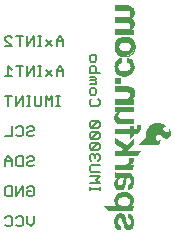
<source format=gbr>
G04 EAGLE Gerber RS-274X export*
G75*
%MOMM*%
%FSLAX34Y34*%
%LPD*%
%INSilkscreen Bottom*%
%IPPOS*%
%AMOC8*
5,1,8,0,0,1.08239X$1,22.5*%
G01*
%ADD10C,0.152400*%
%ADD11C,0.025400*%
%ADD12R,0.485100X0.495300*%

G36*
X158323Y127867D02*
X158323Y127867D01*
X158329Y127865D01*
X159160Y127935D01*
X159171Y127941D01*
X159186Y127940D01*
X159985Y128180D01*
X159995Y128188D01*
X160009Y128190D01*
X160741Y128591D01*
X160749Y128601D01*
X160762Y128606D01*
X161312Y129076D01*
X161317Y129087D01*
X161329Y129094D01*
X161774Y129664D01*
X161777Y129676D01*
X161787Y129686D01*
X162108Y130334D01*
X162109Y130346D01*
X162117Y130358D01*
X162301Y131057D01*
X162300Y131068D01*
X162305Y131079D01*
X162378Y132019D01*
X162376Y132028D01*
X162379Y132035D01*
X162378Y132037D01*
X162378Y132039D01*
X162305Y132979D01*
X162303Y132983D01*
X162304Y132989D01*
X162228Y133472D01*
X162203Y133511D01*
X162182Y133551D01*
X162178Y133552D01*
X162176Y133555D01*
X162131Y133565D01*
X162087Y133577D01*
X162083Y133575D01*
X162079Y133576D01*
X162041Y133551D01*
X162002Y133528D01*
X162001Y133523D01*
X161998Y133521D01*
X161989Y133480D01*
X161977Y133440D01*
X161993Y133282D01*
X161965Y133144D01*
X161894Y133011D01*
X161295Y132187D01*
X161229Y132119D01*
X161181Y132069D01*
X161043Y131997D01*
X160628Y131904D01*
X160200Y131904D01*
X159784Y131997D01*
X159380Y132203D01*
X159052Y132516D01*
X158687Y133122D01*
X158480Y133800D01*
X158445Y134511D01*
X158542Y135121D01*
X158740Y135707D01*
X159033Y136250D01*
X159398Y136675D01*
X159858Y136990D01*
X160383Y137176D01*
X160939Y137219D01*
X161487Y137117D01*
X161990Y136877D01*
X162425Y136507D01*
X163966Y135054D01*
X163976Y135051D01*
X163982Y135042D01*
X165740Y133855D01*
X165753Y133853D01*
X165763Y133843D01*
X166451Y133563D01*
X166466Y133564D01*
X166481Y133555D01*
X167216Y133456D01*
X167231Y133460D01*
X167248Y133455D01*
X167985Y133542D01*
X167998Y133550D01*
X168016Y133550D01*
X168708Y133817D01*
X168719Y133828D01*
X168736Y133832D01*
X169339Y134263D01*
X169346Y134274D01*
X169358Y134279D01*
X169536Y134468D01*
X169537Y134468D01*
X169775Y134721D01*
X169776Y134721D01*
X170014Y134973D01*
X170016Y134975D01*
X170019Y134983D01*
X170027Y134988D01*
X170587Y135765D01*
X170590Y135775D01*
X170598Y135783D01*
X170986Y136563D01*
X170987Y136575D01*
X170995Y136586D01*
X171226Y137426D01*
X171225Y137438D01*
X171231Y137450D01*
X171297Y138318D01*
X171293Y138329D01*
X171297Y138340D01*
X171211Y139240D01*
X171207Y139249D01*
X171208Y139259D01*
X170988Y140137D01*
X170982Y140145D01*
X170981Y140157D01*
X170880Y140385D01*
X170728Y140741D01*
X170728Y140742D01*
X170507Y141246D01*
X170496Y141256D01*
X170491Y141273D01*
X170153Y141708D01*
X170146Y141711D01*
X170142Y141719D01*
X170117Y141744D01*
X170117Y141745D01*
X170116Y141747D01*
X170024Y141782D01*
X169935Y141741D01*
X169902Y141656D01*
X169902Y141053D01*
X169845Y140542D01*
X169706Y140052D01*
X169451Y139571D01*
X169447Y139568D01*
X169081Y139176D01*
X168621Y138890D01*
X168102Y138733D01*
X167799Y138721D01*
X167499Y138780D01*
X167005Y138986D01*
X166547Y139269D01*
X166137Y139620D01*
X165783Y140032D01*
X165132Y140934D01*
X164883Y141422D01*
X164785Y141952D01*
X164843Y142490D01*
X164908Y142664D01*
X165157Y143025D01*
X165496Y143299D01*
X165599Y143343D01*
X165719Y143359D01*
X166599Y143359D01*
X166640Y143376D01*
X166682Y143390D01*
X166685Y143395D01*
X166690Y143397D01*
X166706Y143438D01*
X166725Y143478D01*
X166723Y143484D01*
X166725Y143489D01*
X166713Y143516D01*
X166697Y143565D01*
X165776Y144691D01*
X165764Y144697D01*
X165757Y144709D01*
X164620Y145616D01*
X164609Y145619D01*
X164601Y145628D01*
X163667Y146130D01*
X163657Y146131D01*
X163649Y146137D01*
X162652Y146495D01*
X162642Y146495D01*
X162633Y146500D01*
X161594Y146707D01*
X161583Y146705D01*
X161573Y146709D01*
X159645Y146770D01*
X159634Y146765D01*
X159622Y146768D01*
X157715Y146480D01*
X157705Y146474D01*
X157693Y146474D01*
X155869Y145846D01*
X155860Y145839D01*
X155848Y145837D01*
X154167Y144890D01*
X154161Y144882D01*
X154150Y144879D01*
X153043Y143994D01*
X153040Y143989D01*
X153035Y143986D01*
X153034Y143984D01*
X153030Y143982D01*
X152677Y143608D01*
X152201Y143103D01*
X152058Y142951D01*
X152055Y142943D01*
X152047Y142937D01*
X151230Y141780D01*
X151228Y141770D01*
X151220Y141762D01*
X150620Y140532D01*
X150619Y140521D01*
X150611Y140511D01*
X150243Y139192D01*
X150245Y139181D01*
X150239Y139170D01*
X150115Y137806D01*
X150117Y137801D01*
X150115Y137795D01*
X150115Y135520D01*
X150050Y135152D01*
X149923Y134801D01*
X149334Y133811D01*
X148552Y132957D01*
X143070Y128085D01*
X143068Y128081D01*
X143063Y128079D01*
X143047Y128037D01*
X143028Y127996D01*
X143030Y127992D01*
X143028Y127987D01*
X143047Y127946D01*
X143062Y127904D01*
X143067Y127902D01*
X143069Y127898D01*
X143142Y127869D01*
X143153Y127865D01*
X143154Y127865D01*
X158318Y127865D01*
X158323Y127867D01*
G37*
G36*
X138823Y72330D02*
X138823Y72330D01*
X138862Y72340D01*
X138868Y72349D01*
X138877Y72353D01*
X138888Y72381D01*
X138910Y72418D01*
X139646Y76304D01*
X139643Y76318D01*
X139648Y76333D01*
X139633Y76365D01*
X139625Y76400D01*
X139612Y76408D01*
X139606Y76422D01*
X139567Y76436D01*
X139542Y76452D01*
X139531Y76449D01*
X139520Y76453D01*
X137603Y76429D01*
X137752Y76563D01*
X137753Y76564D01*
X137754Y76564D01*
X138719Y77453D01*
X138721Y77459D01*
X138728Y77463D01*
X139029Y77806D01*
X139033Y77817D01*
X139043Y77825D01*
X139276Y78219D01*
X139277Y78228D01*
X139284Y78236D01*
X139817Y79557D01*
X139817Y79568D01*
X139824Y79578D01*
X139926Y80060D01*
X139923Y80072D01*
X139928Y80084D01*
X139953Y82065D01*
X139949Y82076D01*
X139951Y82088D01*
X139768Y83173D01*
X139761Y83183D01*
X139761Y83198D01*
X139361Y84222D01*
X139353Y84229D01*
X139351Y84241D01*
X138810Y85143D01*
X138804Y85148D01*
X138801Y85157D01*
X138148Y85981D01*
X138138Y85987D01*
X138133Y85997D01*
X137243Y86789D01*
X137230Y86793D01*
X137221Y86805D01*
X136180Y87384D01*
X136168Y87386D01*
X136157Y87394D01*
X134044Y88068D01*
X134033Y88067D01*
X134022Y88073D01*
X131822Y88356D01*
X131811Y88353D01*
X131799Y88357D01*
X129584Y88239D01*
X129574Y88234D01*
X129562Y88236D01*
X128186Y87913D01*
X128177Y87907D01*
X128165Y87906D01*
X126865Y87350D01*
X126857Y87342D01*
X126846Y87340D01*
X125661Y86568D01*
X125655Y86559D01*
X125644Y86554D01*
X124937Y85897D01*
X124933Y85887D01*
X124923Y85881D01*
X124338Y85113D01*
X124336Y85102D01*
X124327Y85095D01*
X123881Y84239D01*
X123880Y84228D01*
X123872Y84219D01*
X123578Y83300D01*
X123579Y83290D01*
X123573Y83280D01*
X123384Y82068D01*
X123386Y82059D01*
X123383Y82050D01*
X123366Y80823D01*
X123369Y80815D01*
X123367Y80805D01*
X123522Y79588D01*
X123527Y79578D01*
X123527Y79566D01*
X123791Y78722D01*
X123799Y78712D01*
X123802Y78697D01*
X124239Y77928D01*
X124249Y77920D01*
X124254Y77906D01*
X124844Y77246D01*
X124856Y77240D01*
X124864Y77228D01*
X125580Y76708D01*
X125582Y76707D01*
X114478Y76707D01*
X114434Y76689D01*
X114391Y76672D01*
X114390Y76670D01*
X114387Y76669D01*
X114370Y76625D01*
X114352Y76581D01*
X114353Y76579D01*
X114352Y76577D01*
X114361Y76556D01*
X114384Y76496D01*
X118118Y72356D01*
X118124Y72354D01*
X118127Y72348D01*
X118187Y72324D01*
X118208Y72315D01*
X118210Y72316D01*
X118212Y72315D01*
X138786Y72315D01*
X138823Y72330D01*
G37*
G36*
X139905Y221465D02*
X139905Y221465D01*
X139907Y221464D01*
X139950Y221484D01*
X139994Y221502D01*
X139994Y221504D01*
X139996Y221505D01*
X140029Y221590D01*
X140029Y225577D01*
X140028Y225579D01*
X140029Y225581D01*
X140009Y225624D01*
X139991Y225668D01*
X139989Y225668D01*
X139988Y225670D01*
X139903Y225703D01*
X137850Y225703D01*
X137857Y225734D01*
X138253Y226036D01*
X138256Y226042D01*
X138264Y226045D01*
X139051Y226807D01*
X139054Y226815D01*
X139061Y226819D01*
X139673Y227581D01*
X139677Y227595D01*
X139690Y227607D01*
X140094Y228497D01*
X140094Y228509D01*
X140102Y228520D01*
X140356Y229612D01*
X140355Y229621D01*
X140359Y229629D01*
X140486Y231001D01*
X140483Y231011D01*
X140486Y231022D01*
X140417Y231979D01*
X140411Y231990D01*
X140412Y232004D01*
X140152Y232927D01*
X140144Y232937D01*
X140142Y232950D01*
X139739Y233740D01*
X139730Y233748D01*
X139726Y233761D01*
X139180Y234459D01*
X139169Y234465D01*
X139163Y234477D01*
X138494Y235059D01*
X138482Y235062D01*
X138480Y235065D01*
X138480Y235066D01*
X138479Y235066D01*
X138474Y235073D01*
X137816Y235453D01*
X137858Y235495D01*
X138339Y235950D01*
X138340Y235953D01*
X138343Y235954D01*
X139102Y236742D01*
X139105Y236751D01*
X139114Y236756D01*
X139752Y237645D01*
X139754Y237656D01*
X139762Y237664D01*
X140156Y238469D01*
X140156Y238481D01*
X140164Y238492D01*
X140396Y239357D01*
X140394Y239369D01*
X140400Y239381D01*
X140461Y240275D01*
X140460Y240278D01*
X140461Y240279D01*
X140458Y240285D01*
X140461Y240295D01*
X140354Y241574D01*
X140350Y241581D01*
X140352Y241588D01*
X140103Y242848D01*
X140097Y242857D01*
X140097Y242869D01*
X139771Y243735D01*
X139761Y243745D01*
X139758Y243760D01*
X139251Y244534D01*
X139239Y244541D01*
X139233Y244555D01*
X138569Y245201D01*
X138557Y245205D01*
X138548Y245217D01*
X137609Y245805D01*
X137596Y245807D01*
X137586Y245817D01*
X136547Y246203D01*
X136534Y246202D01*
X136522Y246209D01*
X135426Y246378D01*
X135417Y246375D01*
X135407Y246379D01*
X123825Y246379D01*
X123823Y246378D01*
X123821Y246379D01*
X123778Y246359D01*
X123734Y246341D01*
X123734Y246339D01*
X123732Y246338D01*
X123699Y246253D01*
X123699Y242011D01*
X123700Y242009D01*
X123699Y242007D01*
X123719Y241964D01*
X123737Y241920D01*
X123739Y241920D01*
X123740Y241918D01*
X123825Y241885D01*
X134104Y241885D01*
X134984Y241778D01*
X135806Y241466D01*
X136190Y241205D01*
X136503Y240862D01*
X136729Y240456D01*
X136857Y240008D01*
X136925Y239104D01*
X136833Y238201D01*
X136707Y237792D01*
X136497Y237419D01*
X136211Y237101D01*
X135683Y236716D01*
X135088Y236443D01*
X134449Y236294D01*
X133346Y236219D01*
X123825Y236219D01*
X123823Y236218D01*
X123821Y236219D01*
X123778Y236199D01*
X123734Y236181D01*
X123734Y236179D01*
X123732Y236178D01*
X123699Y236093D01*
X123699Y231775D01*
X123700Y231773D01*
X123699Y231771D01*
X123719Y231728D01*
X123737Y231684D01*
X123739Y231684D01*
X123740Y231682D01*
X123825Y231649D01*
X134384Y231649D01*
X135047Y231569D01*
X135666Y231338D01*
X136213Y230968D01*
X136531Y230621D01*
X136764Y230213D01*
X136900Y229762D01*
X136932Y229285D01*
X136882Y228437D01*
X136800Y227997D01*
X136622Y227593D01*
X136356Y227239D01*
X135412Y226419D01*
X134874Y226136D01*
X134283Y226004D01*
X133661Y226034D01*
X133658Y226033D01*
X133655Y226034D01*
X123850Y226034D01*
X123848Y226033D01*
X123846Y226034D01*
X123803Y226014D01*
X123759Y225996D01*
X123759Y225994D01*
X123757Y225993D01*
X123724Y225908D01*
X123724Y221590D01*
X123725Y221588D01*
X123724Y221586D01*
X123744Y221543D01*
X123762Y221499D01*
X123764Y221499D01*
X123765Y221497D01*
X123850Y221464D01*
X139903Y221464D01*
X139905Y221465D01*
G37*
G36*
X128753Y89688D02*
X128753Y89688D01*
X128765Y89693D01*
X128780Y89691D01*
X129721Y89897D01*
X129733Y89906D01*
X129750Y89907D01*
X130612Y90336D01*
X130621Y90346D01*
X130636Y90351D01*
X131245Y90849D01*
X131249Y90857D01*
X131257Y90860D01*
X131258Y90864D01*
X131263Y90867D01*
X131761Y91477D01*
X131764Y91489D01*
X131775Y91498D01*
X132141Y92194D01*
X132142Y92205D01*
X132149Y92214D01*
X132633Y93699D01*
X132632Y93707D01*
X132637Y93716D01*
X132915Y95253D01*
X132914Y95257D01*
X132917Y95262D01*
X133145Y97468D01*
X133371Y98774D01*
X133536Y99243D01*
X133782Y99671D01*
X134043Y99955D01*
X134130Y100015D01*
X134227Y100057D01*
X134748Y100168D01*
X135279Y100168D01*
X135800Y100057D01*
X136114Y99918D01*
X136393Y99719D01*
X136627Y99466D01*
X136820Y99152D01*
X136948Y98806D01*
X137009Y98437D01*
X137059Y97082D01*
X137005Y96495D01*
X136840Y95934D01*
X136585Y95470D01*
X136229Y95080D01*
X135791Y94785D01*
X135296Y94601D01*
X134765Y94538D01*
X134722Y94538D01*
X134720Y94537D01*
X134718Y94538D01*
X134675Y94518D01*
X134631Y94500D01*
X134631Y94498D01*
X134629Y94497D01*
X134596Y94412D01*
X134596Y90271D01*
X134594Y90270D01*
X134584Y90228D01*
X134570Y90186D01*
X134573Y90180D01*
X134572Y90174D01*
X134588Y90149D01*
X134609Y90104D01*
X134634Y90079D01*
X134635Y90079D01*
X134677Y90063D01*
X134726Y90044D01*
X134727Y90044D01*
X134769Y90064D01*
X134812Y90083D01*
X135703Y90205D01*
X135714Y90211D01*
X135729Y90211D01*
X136670Y90545D01*
X136680Y90554D01*
X136694Y90557D01*
X137547Y91076D01*
X137555Y91087D01*
X137568Y91092D01*
X138298Y91775D01*
X138303Y91787D01*
X138315Y91795D01*
X138889Y92612D01*
X138892Y92624D01*
X138901Y92633D01*
X139430Y93791D01*
X139430Y93801D01*
X139437Y93810D01*
X139771Y95039D01*
X139770Y95048D01*
X139774Y95057D01*
X139988Y96797D01*
X139985Y96805D01*
X139988Y96813D01*
X139980Y98567D01*
X139977Y98574D01*
X139979Y98583D01*
X139749Y100322D01*
X139744Y100330D01*
X139745Y100341D01*
X139320Y101755D01*
X139312Y101764D01*
X139311Y101778D01*
X138617Y103081D01*
X138607Y103090D01*
X138602Y103104D01*
X138119Y103666D01*
X138105Y103673D01*
X138096Y103687D01*
X137491Y104114D01*
X137476Y104117D01*
X137464Y104129D01*
X136773Y104396D01*
X136758Y104395D01*
X136743Y104403D01*
X136008Y104494D01*
X136000Y104492D01*
X135992Y104495D01*
X131166Y104495D01*
X131164Y104494D01*
X131162Y104495D01*
X131147Y104488D01*
X131063Y104520D01*
X126725Y104495D01*
X125388Y104597D01*
X124093Y104946D01*
X123894Y105020D01*
X123869Y105019D01*
X123846Y105028D01*
X123822Y105017D01*
X123796Y105016D01*
X123779Y104997D01*
X123757Y104987D01*
X123746Y104960D01*
X123730Y104942D01*
X123732Y104923D01*
X123724Y104902D01*
X123724Y100868D01*
X123721Y100832D01*
X123730Y100804D01*
X123734Y100764D01*
X123753Y100727D01*
X123770Y100713D01*
X123775Y100702D01*
X123782Y100699D01*
X123799Y100676D01*
X123835Y100655D01*
X123852Y100652D01*
X123868Y100640D01*
X124148Y100564D01*
X124151Y100565D01*
X124154Y100563D01*
X125183Y100336D01*
X125206Y100327D01*
X125212Y100320D01*
X125214Y100312D01*
X125213Y100303D01*
X125197Y100279D01*
X124494Y99452D01*
X124490Y99441D01*
X124480Y99432D01*
X123940Y98481D01*
X123939Y98470D01*
X123931Y98460D01*
X123578Y97425D01*
X123579Y97413D01*
X123573Y97403D01*
X123332Y95785D01*
X123335Y95775D01*
X123331Y95764D01*
X123369Y94129D01*
X123374Y94118D01*
X123372Y94104D01*
X123680Y92732D01*
X123688Y92721D01*
X123689Y92706D01*
X124295Y91437D01*
X124305Y91428D01*
X124309Y91414D01*
X124651Y90966D01*
X124661Y90960D01*
X124667Y90948D01*
X125087Y90571D01*
X125098Y90567D01*
X125106Y90557D01*
X125589Y90265D01*
X125600Y90263D01*
X125610Y90255D01*
X126603Y89882D01*
X126614Y89882D01*
X126625Y89876D01*
X127669Y89687D01*
X127680Y89690D01*
X127692Y89685D01*
X128753Y89688D01*
G37*
G36*
X143123Y118830D02*
X143123Y118830D01*
X143143Y118828D01*
X143170Y118850D01*
X143195Y118860D01*
X143200Y118875D01*
X143214Y118885D01*
X145576Y123025D01*
X145580Y123060D01*
X145592Y123092D01*
X145585Y123107D01*
X145587Y123123D01*
X145565Y123150D01*
X145551Y123181D01*
X145535Y123188D01*
X145525Y123200D01*
X145498Y123202D01*
X145466Y123214D01*
X134036Y123214D01*
X139510Y128689D01*
X139512Y128692D01*
X139514Y128693D01*
X139547Y128778D01*
X139547Y133452D01*
X139547Y133454D01*
X139547Y133455D01*
X139527Y133499D01*
X139509Y133543D01*
X139507Y133543D01*
X139506Y133545D01*
X139462Y133561D01*
X139417Y133578D01*
X139415Y133577D01*
X139414Y133578D01*
X139331Y133540D01*
X133765Y127849D01*
X123870Y134446D01*
X123832Y134453D01*
X123795Y134467D01*
X123785Y134462D01*
X123773Y134464D01*
X123742Y134442D01*
X123706Y134425D01*
X123702Y134414D01*
X123693Y134408D01*
X123688Y134378D01*
X123674Y134340D01*
X123699Y129260D01*
X123706Y129243D01*
X123704Y129225D01*
X123726Y129196D01*
X123738Y129170D01*
X123750Y129165D01*
X123760Y129153D01*
X130738Y124920D01*
X130664Y124843D01*
X130542Y124717D01*
X130541Y124717D01*
X130173Y124338D01*
X130051Y124212D01*
X129928Y124086D01*
X129560Y123707D01*
X129437Y123581D01*
X129315Y123455D01*
X129131Y123265D01*
X123723Y123265D01*
X123721Y123264D01*
X123719Y123265D01*
X123676Y123245D01*
X123632Y123227D01*
X123632Y123225D01*
X123630Y123224D01*
X123597Y123139D01*
X123597Y118999D01*
X123598Y118996D01*
X123597Y118993D01*
X123634Y118910D01*
X123685Y118859D01*
X123688Y118858D01*
X123689Y118855D01*
X123774Y118822D01*
X143104Y118822D01*
X143123Y118830D01*
G37*
G36*
X139499Y145722D02*
X139499Y145722D01*
X139501Y145721D01*
X139544Y145741D01*
X139588Y145759D01*
X139588Y145761D01*
X139590Y145762D01*
X139623Y145847D01*
X139623Y149987D01*
X139622Y149989D01*
X139623Y149991D01*
X139603Y150034D01*
X139585Y150078D01*
X139583Y150078D01*
X139582Y150080D01*
X139497Y150113D01*
X129500Y150113D01*
X128670Y150262D01*
X127902Y150605D01*
X127540Y150877D01*
X127239Y151218D01*
X127014Y151613D01*
X126791Y152302D01*
X126711Y153021D01*
X126778Y153742D01*
X126990Y154433D01*
X127278Y154943D01*
X127675Y155374D01*
X128160Y155701D01*
X128710Y155910D01*
X129914Y156135D01*
X131144Y156211D01*
X139446Y156211D01*
X139448Y156212D01*
X139450Y156211D01*
X139493Y156231D01*
X139537Y156249D01*
X139537Y156251D01*
X139539Y156252D01*
X139572Y156337D01*
X139572Y160553D01*
X139571Y160555D01*
X139572Y160557D01*
X139552Y160600D01*
X139534Y160644D01*
X139532Y160644D01*
X139531Y160646D01*
X139446Y160679D01*
X123825Y160679D01*
X123823Y160678D01*
X123821Y160679D01*
X123778Y160659D01*
X123734Y160641D01*
X123734Y160639D01*
X123732Y160638D01*
X123699Y160553D01*
X123699Y156540D01*
X123700Y156538D01*
X123699Y156536D01*
X123719Y156493D01*
X123737Y156449D01*
X123739Y156449D01*
X123740Y156447D01*
X123825Y156414D01*
X125882Y156414D01*
X125241Y155907D01*
X125237Y155899D01*
X125228Y155895D01*
X125121Y155782D01*
X125001Y155656D01*
X124762Y155404D01*
X124642Y155277D01*
X124522Y155151D01*
X124443Y155068D01*
X124440Y155059D01*
X124432Y155054D01*
X123773Y154124D01*
X123771Y154115D01*
X123763Y154107D01*
X123641Y153862D01*
X123640Y153851D01*
X123633Y153842D01*
X123552Y153580D01*
X123553Y153571D01*
X123548Y153562D01*
X123325Y152084D01*
X123327Y152076D01*
X123323Y152068D01*
X123293Y150574D01*
X123297Y150564D01*
X123294Y150553D01*
X123441Y149520D01*
X123447Y149510D01*
X123447Y149496D01*
X123790Y148510D01*
X123798Y148501D01*
X123800Y148488D01*
X124326Y147586D01*
X124336Y147579D01*
X124341Y147566D01*
X124569Y147312D01*
X124580Y147306D01*
X124588Y147295D01*
X125473Y146635D01*
X125484Y146632D01*
X125493Y146622D01*
X126483Y146134D01*
X126495Y146134D01*
X126505Y146126D01*
X127568Y145826D01*
X127579Y145828D01*
X127591Y145822D01*
X128690Y145721D01*
X128696Y145723D01*
X128702Y145721D01*
X139497Y145721D01*
X139499Y145722D01*
G37*
G36*
X139473Y162918D02*
X139473Y162918D01*
X139475Y162917D01*
X139518Y162937D01*
X139562Y162955D01*
X139562Y162957D01*
X139564Y162958D01*
X139597Y163043D01*
X139597Y167081D01*
X139596Y167083D01*
X139597Y167085D01*
X139577Y167128D01*
X139559Y167172D01*
X139557Y167172D01*
X139556Y167174D01*
X139471Y167207D01*
X137403Y167207D01*
X137432Y167249D01*
X137568Y167363D01*
X137946Y167640D01*
X137948Y167644D01*
X137953Y167646D01*
X138426Y168048D01*
X138430Y168055D01*
X138438Y168059D01*
X138854Y168520D01*
X138857Y168531D01*
X138867Y168538D01*
X139434Y169436D01*
X139437Y169449D01*
X139446Y169460D01*
X139815Y170457D01*
X139815Y170469D01*
X139822Y170482D01*
X139977Y171534D01*
X139974Y171544D01*
X139978Y171555D01*
X139957Y172390D01*
X139948Y172768D01*
X139939Y173147D01*
X139928Y173561D01*
X139924Y173572D01*
X139926Y173584D01*
X139720Y174561D01*
X139712Y174573D01*
X139711Y174589D01*
X139289Y175494D01*
X139278Y175503D01*
X139274Y175518D01*
X138656Y176303D01*
X138645Y176309D01*
X138639Y176321D01*
X138064Y176810D01*
X138053Y176813D01*
X138046Y176823D01*
X137397Y177207D01*
X137386Y177209D01*
X137377Y177217D01*
X136672Y177486D01*
X136663Y177486D01*
X136654Y177491D01*
X135547Y177731D01*
X135538Y177729D01*
X135530Y177734D01*
X134401Y177824D01*
X134396Y177822D01*
X134391Y177824D01*
X123850Y177824D01*
X123848Y177823D01*
X123846Y177824D01*
X123803Y177804D01*
X123759Y177786D01*
X123759Y177784D01*
X123757Y177783D01*
X123724Y177698D01*
X123724Y173609D01*
X123725Y173607D01*
X123724Y173605D01*
X123744Y173562D01*
X123762Y173518D01*
X123764Y173518D01*
X123765Y173516D01*
X123850Y173483D01*
X133496Y173483D01*
X134214Y173418D01*
X134902Y173227D01*
X135544Y172917D01*
X135931Y172621D01*
X136240Y172247D01*
X136457Y171812D01*
X136534Y171512D01*
X136551Y171196D01*
X136501Y170091D01*
X136414Y169535D01*
X136210Y169019D01*
X135896Y168562D01*
X135327Y168045D01*
X134648Y167682D01*
X133898Y167466D01*
X133115Y167385D01*
X123749Y167385D01*
X123747Y167384D01*
X123745Y167385D01*
X123702Y167365D01*
X123658Y167347D01*
X123658Y167345D01*
X123656Y167344D01*
X123623Y167259D01*
X123623Y163043D01*
X123624Y163041D01*
X123623Y163039D01*
X123643Y162996D01*
X123661Y162952D01*
X123663Y162952D01*
X123664Y162950D01*
X123749Y162917D01*
X139471Y162917D01*
X139473Y162918D01*
G37*
G36*
X132234Y203157D02*
X132234Y203157D01*
X132260Y203153D01*
X135816Y203966D01*
X135837Y203981D01*
X135866Y203990D01*
X138584Y206124D01*
X138596Y206146D01*
X138619Y206167D01*
X140296Y209545D01*
X140297Y209565D01*
X140308Y209586D01*
X140485Y211059D01*
X140483Y211066D01*
X140486Y211074D01*
X140486Y211125D01*
X140478Y211145D01*
X140477Y211171D01*
X140427Y211298D01*
X140407Y211319D01*
X140395Y211345D01*
X140373Y211354D01*
X140359Y211369D01*
X140335Y211368D01*
X140310Y211378D01*
X137389Y211378D01*
X137349Y211361D01*
X137308Y211349D01*
X137304Y211342D01*
X137298Y211340D01*
X137287Y211312D01*
X137264Y211269D01*
X137114Y210174D01*
X136479Y209026D01*
X135395Y208238D01*
X134506Y207842D01*
X133032Y207568D01*
X131173Y207518D01*
X129925Y207693D01*
X128776Y208067D01*
X127749Y208605D01*
X126741Y210253D01*
X126519Y212001D01*
X127111Y213752D01*
X128092Y214831D01*
X129302Y215374D01*
X130850Y215749D01*
X132275Y215749D01*
X134204Y215498D01*
X135816Y214754D01*
X136625Y213920D01*
X137138Y212967D01*
X137237Y211780D01*
X137237Y211684D01*
X137238Y211681D01*
X137237Y211678D01*
X137257Y211636D01*
X137275Y211593D01*
X137278Y211592D01*
X137280Y211589D01*
X137365Y211558D01*
X137367Y211558D01*
X140337Y211608D01*
X140346Y211612D01*
X140355Y211609D01*
X140390Y211631D01*
X140420Y211644D01*
X140426Y211647D01*
X140427Y211648D01*
X140430Y211657D01*
X140438Y211662D01*
X140451Y211713D01*
X140461Y211739D01*
X140461Y211740D01*
X140459Y211745D01*
X140460Y211750D01*
X140206Y213757D01*
X140200Y213768D01*
X140200Y213782D01*
X139641Y215408D01*
X139630Y215420D01*
X139626Y215439D01*
X138255Y217420D01*
X138242Y217428D01*
X138233Y217444D01*
X136963Y218536D01*
X136947Y218541D01*
X136932Y218555D01*
X134595Y219596D01*
X134578Y219597D01*
X134560Y219606D01*
X132375Y219886D01*
X132360Y219882D01*
X132344Y219886D01*
X130236Y219632D01*
X130228Y219628D01*
X130217Y219629D01*
X127753Y218943D01*
X127739Y218932D01*
X127720Y218928D01*
X126425Y218115D01*
X126416Y218103D01*
X126401Y218095D01*
X125258Y216901D01*
X125254Y216893D01*
X125246Y216887D01*
X124459Y215770D01*
X124455Y215753D01*
X124443Y215738D01*
X123808Y213884D01*
X123809Y213870D01*
X123801Y213856D01*
X123547Y211341D01*
X123552Y211327D01*
X123548Y211311D01*
X123954Y208314D01*
X123966Y208293D01*
X123972Y208264D01*
X125750Y205419D01*
X125771Y205405D01*
X125789Y205380D01*
X128278Y203780D01*
X128301Y203776D01*
X128326Y203761D01*
X132212Y203151D01*
X132234Y203157D01*
G37*
G36*
X128808Y55893D02*
X128808Y55893D01*
X128838Y55896D01*
X128839Y55897D01*
X128840Y55897D01*
X128849Y55908D01*
X128862Y55913D01*
X128865Y55919D01*
X128871Y55922D01*
X128883Y55952D01*
X128899Y55972D01*
X128899Y55974D01*
X128900Y55975D01*
X128899Y55990D01*
X128904Y56002D01*
X128903Y56005D01*
X128904Y56007D01*
X128904Y59868D01*
X128903Y59870D01*
X128904Y59872D01*
X128884Y59915D01*
X128866Y59959D01*
X128864Y59959D01*
X128863Y59961D01*
X128778Y59994D01*
X128731Y59994D01*
X128234Y60023D01*
X127772Y60170D01*
X127358Y60425D01*
X126915Y60867D01*
X126578Y61394D01*
X126361Y61981D01*
X126288Y62543D01*
X126288Y63873D01*
X126362Y64476D01*
X126559Y65043D01*
X126871Y65556D01*
X126955Y65640D01*
X127079Y65767D01*
X127155Y65844D01*
X127500Y66052D01*
X127885Y66169D01*
X128289Y66186D01*
X128684Y66101D01*
X129046Y65921D01*
X129350Y65655D01*
X129581Y65319D01*
X130051Y64212D01*
X130357Y63038D01*
X131220Y59407D01*
X131225Y59400D01*
X131225Y59391D01*
X131531Y58583D01*
X131537Y58576D01*
X131539Y58566D01*
X131966Y57815D01*
X131973Y57809D01*
X131977Y57799D01*
X132514Y57122D01*
X132524Y57117D01*
X132530Y57106D01*
X132915Y56769D01*
X132928Y56765D01*
X132937Y56754D01*
X133384Y56505D01*
X133397Y56504D01*
X133408Y56495D01*
X133897Y56343D01*
X133909Y56345D01*
X133922Y56338D01*
X135058Y56233D01*
X135071Y56236D01*
X135084Y56233D01*
X136218Y56362D01*
X136229Y56368D01*
X136243Y56367D01*
X137327Y56725D01*
X137336Y56733D01*
X137350Y56735D01*
X137872Y57034D01*
X137879Y57044D01*
X137892Y57049D01*
X138347Y57443D01*
X138352Y57454D01*
X138364Y57461D01*
X138733Y57937D01*
X138736Y57948D01*
X138745Y57957D01*
X139399Y59238D01*
X139400Y59249D01*
X139407Y59259D01*
X139818Y60637D01*
X139817Y60648D01*
X139823Y60660D01*
X139978Y62089D01*
X139976Y62096D01*
X139978Y62103D01*
X139978Y63906D01*
X139976Y63912D01*
X139978Y63919D01*
X139838Y65312D01*
X139833Y65321D01*
X139834Y65332D01*
X139466Y66683D01*
X139459Y66693D01*
X139457Y66706D01*
X138919Y67803D01*
X138909Y67812D01*
X138905Y67826D01*
X138148Y68785D01*
X138138Y68791D01*
X138133Y68802D01*
X137737Y69150D01*
X137728Y69153D01*
X137722Y69162D01*
X137280Y69448D01*
X137270Y69450D01*
X137263Y69457D01*
X136475Y69813D01*
X136470Y69813D01*
X136466Y69817D01*
X135908Y70020D01*
X135888Y70019D01*
X135883Y70021D01*
X135860Y70021D01*
X135840Y70025D01*
X135826Y70016D01*
X135814Y70025D01*
X135808Y70023D01*
X135801Y70027D01*
X135090Y70103D01*
X135082Y70100D01*
X135073Y70103D01*
X135036Y70086D01*
X134996Y70074D01*
X134992Y70066D01*
X134984Y70062D01*
X134964Y70012D01*
X134951Y69986D01*
X134953Y69982D01*
X134951Y69977D01*
X134951Y66091D01*
X134969Y66047D01*
X134987Y66003D01*
X134988Y66002D01*
X134989Y66000D01*
X135008Y65993D01*
X135069Y65965D01*
X135329Y65949D01*
X135572Y65894D01*
X135924Y65744D01*
X136237Y65526D01*
X136501Y65251D01*
X136772Y64828D01*
X136961Y64361D01*
X137059Y63865D01*
X137103Y63018D01*
X137059Y62169D01*
X136974Y61720D01*
X136817Y61296D01*
X136622Y60995D01*
X136354Y60762D01*
X136012Y60607D01*
X135640Y60559D01*
X135271Y60624D01*
X134910Y60808D01*
X134617Y61091D01*
X134201Y61766D01*
X133929Y62518D01*
X133525Y64541D01*
X133524Y64542D01*
X133524Y64543D01*
X133143Y66266D01*
X133138Y66273D01*
X133138Y66282D01*
X132528Y67938D01*
X132522Y67944D01*
X132521Y67954D01*
X132116Y68710D01*
X132109Y68716D01*
X132106Y68725D01*
X131598Y69417D01*
X131588Y69422D01*
X131583Y69434D01*
X131233Y69766D01*
X131221Y69771D01*
X131212Y69782D01*
X130800Y70034D01*
X130786Y70036D01*
X130774Y70046D01*
X129771Y70383D01*
X129756Y70382D01*
X129742Y70390D01*
X128687Y70484D01*
X128678Y70481D01*
X128667Y70484D01*
X127626Y70408D01*
X127618Y70404D01*
X127608Y70405D01*
X126944Y70263D01*
X126934Y70256D01*
X126921Y70255D01*
X126296Y69989D01*
X126287Y69981D01*
X126275Y69978D01*
X125711Y69599D01*
X125704Y69589D01*
X125693Y69584D01*
X124950Y68858D01*
X124946Y68848D01*
X124940Y68846D01*
X124940Y68844D01*
X124935Y68842D01*
X124329Y67998D01*
X124327Y67988D01*
X124318Y67979D01*
X123867Y67044D01*
X123866Y67033D01*
X123859Y67023D01*
X123577Y66023D01*
X123578Y66015D01*
X123573Y66006D01*
X123391Y64692D01*
X123393Y64685D01*
X123390Y64679D01*
X123343Y63352D01*
X123345Y63346D01*
X123343Y63339D01*
X123521Y60773D01*
X123526Y60764D01*
X123524Y60754D01*
X123736Y59833D01*
X123744Y59822D01*
X123745Y59808D01*
X124142Y58951D01*
X124149Y58945D01*
X124151Y58936D01*
X124913Y57742D01*
X124919Y57738D01*
X124922Y57729D01*
X125353Y57214D01*
X125364Y57209D01*
X125370Y57197D01*
X125894Y56777D01*
X125905Y56773D01*
X125914Y56763D01*
X126510Y56454D01*
X126519Y56453D01*
X126527Y56446D01*
X127797Y56014D01*
X127807Y56015D01*
X127816Y56010D01*
X128400Y55908D01*
X128407Y55909D01*
X128413Y55906D01*
X128769Y55881D01*
X128776Y55883D01*
X128782Y55881D01*
X128808Y55893D01*
G37*
G36*
X133252Y186132D02*
X133252Y186132D01*
X133261Y186136D01*
X133273Y186134D01*
X134763Y186432D01*
X134773Y186439D01*
X134786Y186439D01*
X136192Y187016D01*
X136200Y187024D01*
X136213Y187027D01*
X137484Y187861D01*
X137490Y187871D01*
X137502Y187876D01*
X138590Y188937D01*
X138595Y188948D01*
X138606Y188956D01*
X139471Y190205D01*
X139474Y190217D01*
X139483Y190226D01*
X140095Y191617D01*
X140095Y191629D01*
X140102Y191641D01*
X140435Y193147D01*
X140432Y193159D01*
X140438Y193172D01*
X140461Y194714D01*
X140458Y194723D01*
X140460Y194733D01*
X140271Y196167D01*
X140268Y196172D01*
X140269Y196178D01*
X139950Y197589D01*
X139945Y197597D01*
X139944Y197607D01*
X139487Y198764D01*
X139477Y198774D01*
X139474Y198788D01*
X138777Y199819D01*
X138766Y199826D01*
X138759Y199840D01*
X137856Y200695D01*
X137844Y200700D01*
X137835Y200712D01*
X136768Y201352D01*
X136756Y201354D01*
X136747Y201363D01*
X135592Y201787D01*
X135582Y201787D01*
X135573Y201792D01*
X134365Y202029D01*
X134351Y202026D01*
X134337Y202031D01*
X134304Y202016D01*
X134269Y202009D01*
X134261Y201996D01*
X134248Y201990D01*
X134232Y201951D01*
X134216Y201925D01*
X134219Y201915D01*
X134215Y201905D01*
X134215Y197714D01*
X134216Y197712D01*
X134215Y197710D01*
X134235Y197667D01*
X134253Y197623D01*
X134255Y197623D01*
X134256Y197621D01*
X134341Y197588D01*
X134359Y197588D01*
X134938Y197521D01*
X135480Y197328D01*
X135965Y197017D01*
X136366Y196604D01*
X136664Y196111D01*
X136925Y195319D01*
X137008Y194487D01*
X136942Y193647D01*
X136761Y192826D01*
X136575Y192412D01*
X136285Y192065D01*
X135374Y191378D01*
X134349Y190873D01*
X133246Y190568D01*
X132105Y190475D01*
X130545Y190604D01*
X129021Y190950D01*
X128304Y191265D01*
X127685Y191740D01*
X127196Y192348D01*
X126866Y193056D01*
X126685Y193835D01*
X126644Y194636D01*
X126717Y195226D01*
X126890Y195795D01*
X127158Y196325D01*
X127503Y196768D01*
X127935Y197126D01*
X128525Y197447D01*
X129162Y197662D01*
X129838Y197766D01*
X129874Y197788D01*
X129912Y197806D01*
X129915Y197814D01*
X129922Y197818D01*
X129928Y197848D01*
X129945Y197891D01*
X129945Y201955D01*
X129944Y201957D01*
X129945Y201959D01*
X129925Y202002D01*
X129907Y202046D01*
X129905Y202046D01*
X129904Y202048D01*
X129819Y202081D01*
X129769Y202081D01*
X129765Y202080D01*
X129761Y202081D01*
X129286Y202049D01*
X129279Y202045D01*
X129269Y202047D01*
X128804Y201952D01*
X128795Y201946D01*
X128783Y201946D01*
X127392Y201404D01*
X127383Y201395D01*
X127369Y201392D01*
X126118Y200577D01*
X126111Y200566D01*
X126098Y200561D01*
X125040Y199508D01*
X125035Y199496D01*
X125023Y199488D01*
X124203Y198240D01*
X124200Y198229D01*
X124192Y198220D01*
X123730Y197127D01*
X123730Y197117D01*
X123724Y197108D01*
X123442Y195955D01*
X123443Y195945D01*
X123439Y195935D01*
X123343Y194752D01*
X123346Y194744D01*
X123343Y194734D01*
X123442Y193148D01*
X123445Y193141D01*
X123444Y193134D01*
X123726Y191570D01*
X123731Y191562D01*
X123730Y191552D01*
X124085Y190482D01*
X124091Y190474D01*
X124093Y190463D01*
X124619Y189466D01*
X124627Y189459D01*
X124631Y189448D01*
X125315Y188552D01*
X125324Y188547D01*
X125329Y188537D01*
X126152Y187766D01*
X126161Y187762D01*
X126168Y187753D01*
X127184Y187071D01*
X127194Y187069D01*
X127202Y187061D01*
X128313Y186547D01*
X128322Y186547D01*
X128331Y186540D01*
X129509Y186206D01*
X129519Y186207D01*
X129528Y186202D01*
X130744Y186057D01*
X130753Y186059D01*
X130763Y186056D01*
X133252Y186132D01*
G37*
G36*
X136784Y133097D02*
X136784Y133097D01*
X136785Y133097D01*
X136868Y133134D01*
X139535Y135801D01*
X139537Y135804D01*
X139539Y135805D01*
X139572Y135890D01*
X139572Y137136D01*
X139903Y137136D01*
X139905Y137137D01*
X139912Y137137D01*
X139913Y137136D01*
X142047Y137313D01*
X142057Y137318D01*
X142069Y137317D01*
X142636Y137465D01*
X142645Y137472D01*
X142657Y137473D01*
X143188Y137722D01*
X143196Y137730D01*
X143208Y137733D01*
X143685Y138073D01*
X143691Y138083D01*
X143703Y138089D01*
X144413Y138832D01*
X144417Y138843D01*
X144428Y138851D01*
X144978Y139719D01*
X144980Y139731D01*
X144989Y139741D01*
X145358Y140699D01*
X145358Y140712D01*
X145365Y140723D01*
X145539Y141736D01*
X145537Y141746D01*
X145541Y141757D01*
X145541Y143307D01*
X145540Y143310D01*
X145541Y143314D01*
X145465Y144631D01*
X145465Y144653D01*
X145464Y144655D01*
X145465Y144657D01*
X145445Y144700D01*
X145427Y144744D01*
X145425Y144744D01*
X145424Y144746D01*
X145339Y144779D01*
X142316Y144779D01*
X142314Y144778D01*
X142312Y144779D01*
X142269Y144759D01*
X142225Y144741D01*
X142225Y144739D01*
X142223Y144738D01*
X142190Y144653D01*
X142190Y144577D01*
X142192Y144572D01*
X142190Y144565D01*
X142216Y144285D01*
X142301Y143370D01*
X142218Y142470D01*
X142121Y142188D01*
X141951Y141948D01*
X141719Y141766D01*
X141296Y141591D01*
X140834Y141528D01*
X139572Y141528D01*
X139572Y144374D01*
X139571Y144376D01*
X139572Y144378D01*
X139552Y144421D01*
X139534Y144465D01*
X139532Y144465D01*
X139531Y144467D01*
X139446Y144500D01*
X136779Y144500D01*
X136777Y144499D01*
X136775Y144500D01*
X136732Y144480D01*
X136688Y144462D01*
X136688Y144460D01*
X136686Y144459D01*
X136653Y144374D01*
X136653Y141502D01*
X123749Y141502D01*
X123747Y141501D01*
X123745Y141502D01*
X123702Y141482D01*
X123658Y141464D01*
X123658Y141462D01*
X123656Y141461D01*
X123623Y141376D01*
X123623Y137211D01*
X123624Y137209D01*
X123623Y137207D01*
X123643Y137164D01*
X123661Y137120D01*
X123663Y137120D01*
X123664Y137118D01*
X123749Y137085D01*
X136629Y137085D01*
X136653Y133222D01*
X136653Y133221D01*
X136673Y133176D01*
X136692Y133132D01*
X136693Y133131D01*
X136738Y133114D01*
X136784Y133097D01*
X136784Y133097D01*
G37*
G36*
X138735Y106986D02*
X138735Y106986D01*
X138773Y107002D01*
X138812Y107012D01*
X138817Y107021D01*
X138826Y107024D01*
X138837Y107053D01*
X138859Y107090D01*
X139545Y110951D01*
X139542Y110964D01*
X139547Y110977D01*
X139532Y111011D01*
X139523Y111047D01*
X139512Y111054D01*
X139506Y111066D01*
X139465Y111082D01*
X139439Y111098D01*
X139430Y111096D01*
X139421Y111099D01*
X136641Y111099D01*
X136656Y111146D01*
X136924Y111325D01*
X137966Y112011D01*
X137970Y112016D01*
X137977Y112019D01*
X138360Y112335D01*
X138367Y112348D01*
X138380Y112356D01*
X138682Y112750D01*
X138683Y112755D01*
X138687Y112758D01*
X139272Y113647D01*
X139273Y113650D01*
X139276Y113653D01*
X139629Y114264D01*
X139631Y114276D01*
X139640Y114287D01*
X139863Y114957D01*
X139862Y114969D01*
X139868Y114981D01*
X139952Y115682D01*
X139949Y115692D01*
X139953Y115704D01*
X139877Y117076D01*
X139856Y117119D01*
X139836Y117162D01*
X139834Y117163D01*
X139834Y117164D01*
X139816Y117170D01*
X139751Y117195D01*
X135890Y117195D01*
X135888Y117194D01*
X135886Y117195D01*
X135843Y117175D01*
X135799Y117157D01*
X135799Y117155D01*
X135797Y117154D01*
X135764Y117069D01*
X135764Y117043D01*
X135768Y117034D01*
X135765Y117023D01*
X135790Y116871D01*
X135792Y116868D01*
X135791Y116865D01*
X135916Y116268D01*
X135916Y114743D01*
X135824Y114201D01*
X135643Y113683D01*
X135379Y113204D01*
X134819Y112537D01*
X134127Y112012D01*
X133334Y111651D01*
X132515Y111451D01*
X131669Y111378D01*
X123850Y111378D01*
X123848Y111377D01*
X123846Y111378D01*
X123803Y111358D01*
X123759Y111340D01*
X123759Y111338D01*
X123757Y111337D01*
X123724Y111252D01*
X123724Y107086D01*
X123725Y107084D01*
X123724Y107082D01*
X123744Y107039D01*
X123762Y106995D01*
X123764Y106994D01*
X123765Y106992D01*
X123850Y106960D01*
X138735Y106986D01*
G37*
%LPC*%
G36*
X130364Y76555D02*
X130364Y76555D01*
X129595Y76679D01*
X128920Y76904D01*
X128908Y76903D01*
X128896Y76909D01*
X128859Y76914D01*
X128832Y76906D01*
X128821Y76906D01*
X128808Y76934D01*
X128788Y76978D01*
X128787Y76978D01*
X128787Y76979D01*
X128702Y77012D01*
X128664Y77012D01*
X128605Y77024D01*
X128545Y77066D01*
X128544Y77066D01*
X128543Y77067D01*
X128467Y77118D01*
X128461Y77119D01*
X128456Y77125D01*
X127892Y77424D01*
X127423Y77836D01*
X127060Y78345D01*
X126770Y79023D01*
X126618Y79745D01*
X126612Y80655D01*
X126791Y81546D01*
X127129Y82285D01*
X127645Y82911D01*
X128303Y83383D01*
X129064Y83672D01*
X131011Y83976D01*
X132982Y83973D01*
X133952Y83782D01*
X134851Y83379D01*
X135637Y82782D01*
X136267Y82023D01*
X136527Y81523D01*
X136683Y80981D01*
X136729Y80414D01*
X136678Y79339D01*
X136604Y78967D01*
X136442Y78629D01*
X135886Y77917D01*
X135206Y77319D01*
X134499Y76906D01*
X133725Y76639D01*
X132910Y76529D01*
X130364Y76555D01*
G37*
%LPD*%
%LPC*%
G36*
X127753Y94030D02*
X127753Y94030D01*
X127445Y94101D01*
X127160Y94236D01*
X126910Y94427D01*
X126613Y94789D01*
X126410Y95210D01*
X126313Y95671D01*
X126263Y97199D01*
X126412Y98241D01*
X126534Y98563D01*
X126719Y98854D01*
X127046Y99192D01*
X127290Y99445D01*
X127438Y99598D01*
X127657Y99748D01*
X127906Y99855D01*
X128071Y99902D01*
X129141Y100109D01*
X130230Y100179D01*
X131064Y100179D01*
X131066Y100180D01*
X131068Y100179D01*
X131111Y100199D01*
X131113Y100199D01*
X131166Y100179D01*
X131458Y100179D01*
X131331Y100037D01*
X131326Y100022D01*
X131313Y100011D01*
X131206Y99804D01*
X131205Y99792D01*
X131197Y99782D01*
X130909Y98818D01*
X130910Y98810D01*
X130906Y98803D01*
X130737Y97811D01*
X130738Y97807D01*
X130735Y97803D01*
X130583Y96360D01*
X130478Y95810D01*
X130281Y95292D01*
X129997Y94818D01*
X129753Y94550D01*
X129455Y94346D01*
X128913Y94126D01*
X128338Y94019D01*
X127753Y94030D01*
G37*
%LPD*%
D10*
X102362Y89662D02*
X102362Y92543D01*
X102362Y91103D02*
X111005Y91103D01*
X111005Y92543D02*
X111005Y89662D01*
X111005Y95899D02*
X102362Y95899D01*
X108124Y98780D02*
X111005Y95899D01*
X108124Y98780D02*
X111005Y101661D01*
X102362Y101661D01*
X103803Y105254D02*
X111005Y105254D01*
X103803Y105254D02*
X102362Y106695D01*
X102362Y109576D01*
X103803Y111016D01*
X111005Y111016D01*
X109565Y114609D02*
X111005Y116050D01*
X111005Y118931D01*
X109565Y120371D01*
X108124Y120371D01*
X106684Y118931D01*
X106684Y117490D01*
X106684Y118931D02*
X105243Y120371D01*
X103803Y120371D01*
X102362Y118931D01*
X102362Y116050D01*
X103803Y114609D01*
X103803Y123964D02*
X109565Y123964D01*
X111005Y125405D01*
X111005Y128286D01*
X109565Y129727D01*
X103803Y129727D01*
X102362Y128286D01*
X102362Y125405D01*
X103803Y123964D01*
X109565Y129727D01*
X109565Y133320D02*
X103803Y133320D01*
X109565Y133320D02*
X111005Y134760D01*
X111005Y137641D01*
X109565Y139082D01*
X103803Y139082D01*
X102362Y137641D01*
X102362Y134760D01*
X103803Y133320D01*
X109565Y139082D01*
X109565Y142675D02*
X103803Y142675D01*
X109565Y142675D02*
X111005Y144115D01*
X111005Y146996D01*
X109565Y148437D01*
X103803Y148437D01*
X102362Y146996D01*
X102362Y144115D01*
X103803Y142675D01*
X109565Y148437D01*
X111005Y165707D02*
X109565Y167147D01*
X111005Y165707D02*
X111005Y162826D01*
X109565Y161385D01*
X103803Y161385D01*
X102362Y162826D01*
X102362Y165707D01*
X103803Y167147D01*
X102362Y172181D02*
X102362Y175062D01*
X103803Y176503D01*
X106684Y176503D01*
X108124Y175062D01*
X108124Y172181D01*
X106684Y170740D01*
X103803Y170740D01*
X102362Y172181D01*
X102362Y180095D02*
X108124Y180095D01*
X108124Y181536D01*
X106684Y182977D01*
X102362Y182977D01*
X106684Y182977D02*
X108124Y184417D01*
X106684Y185858D01*
X102362Y185858D01*
X102362Y189451D02*
X111005Y189451D01*
X102362Y189451D02*
X102362Y193772D01*
X103803Y195213D01*
X106684Y195213D01*
X108124Y193772D01*
X108124Y189451D01*
X102362Y200246D02*
X102362Y203128D01*
X103803Y204568D01*
X106684Y204568D01*
X108124Y203128D01*
X108124Y200246D01*
X106684Y198806D01*
X103803Y198806D01*
X102362Y200246D01*
X55244Y67825D02*
X55244Y62063D01*
X52362Y59182D01*
X49481Y62063D01*
X49481Y67825D01*
X41567Y67825D02*
X40126Y66385D01*
X41567Y67825D02*
X44448Y67825D01*
X45888Y66385D01*
X45888Y60623D01*
X44448Y59182D01*
X41567Y59182D01*
X40126Y60623D01*
X32212Y67825D02*
X30771Y66385D01*
X32212Y67825D02*
X35093Y67825D01*
X36533Y66385D01*
X36533Y60623D01*
X35093Y59182D01*
X32212Y59182D01*
X30771Y60623D01*
X49481Y91785D02*
X50922Y93225D01*
X53803Y93225D01*
X55244Y91785D01*
X55244Y86023D01*
X53803Y84582D01*
X50922Y84582D01*
X49481Y86023D01*
X49481Y88904D01*
X52362Y88904D01*
X45888Y93225D02*
X45888Y84582D01*
X40126Y84582D02*
X45888Y93225D01*
X40126Y93225D02*
X40126Y84582D01*
X36533Y84582D02*
X36533Y93225D01*
X36533Y84582D02*
X32212Y84582D01*
X30771Y86023D01*
X30771Y91785D01*
X32212Y93225D01*
X36533Y93225D01*
X49481Y117185D02*
X50922Y118625D01*
X53803Y118625D01*
X55244Y117185D01*
X55244Y115744D01*
X53803Y114304D01*
X50922Y114304D01*
X49481Y112863D01*
X49481Y111423D01*
X50922Y109982D01*
X53803Y109982D01*
X55244Y111423D01*
X45888Y109982D02*
X45888Y118625D01*
X45888Y109982D02*
X41567Y109982D01*
X40126Y111423D01*
X40126Y117185D01*
X41567Y118625D01*
X45888Y118625D01*
X36533Y115744D02*
X36533Y109982D01*
X36533Y115744D02*
X33652Y118625D01*
X30771Y115744D01*
X30771Y109982D01*
X30771Y114304D02*
X36533Y114304D01*
X49481Y142585D02*
X50922Y144025D01*
X53803Y144025D01*
X55244Y142585D01*
X55244Y141144D01*
X53803Y139704D01*
X50922Y139704D01*
X49481Y138263D01*
X49481Y136823D01*
X50922Y135382D01*
X53803Y135382D01*
X55244Y136823D01*
X41567Y144025D02*
X40126Y142585D01*
X41567Y144025D02*
X44448Y144025D01*
X45888Y142585D01*
X45888Y136823D01*
X44448Y135382D01*
X41567Y135382D01*
X40126Y136823D01*
X36533Y135382D02*
X36533Y144025D01*
X36533Y135382D02*
X30771Y135382D01*
X74191Y160782D02*
X77072Y160782D01*
X75632Y160782D02*
X75632Y169425D01*
X77072Y169425D02*
X74191Y169425D01*
X70836Y169425D02*
X70836Y160782D01*
X67954Y166544D02*
X70836Y169425D01*
X67954Y166544D02*
X65073Y169425D01*
X65073Y160782D01*
X61480Y162223D02*
X61480Y169425D01*
X61480Y162223D02*
X60040Y160782D01*
X57159Y160782D01*
X55718Y162223D01*
X55718Y169425D01*
X52125Y160782D02*
X49244Y160782D01*
X50685Y160782D02*
X50685Y169425D01*
X52125Y169425D02*
X49244Y169425D01*
X45888Y169425D02*
X45888Y160782D01*
X40126Y160782D02*
X45888Y169425D01*
X40126Y169425D02*
X40126Y160782D01*
X33652Y160782D02*
X33652Y169425D01*
X36533Y169425D02*
X30771Y169425D01*
X80191Y186182D02*
X80191Y191944D01*
X77310Y194825D01*
X74429Y191944D01*
X74429Y186182D01*
X74429Y190504D02*
X80191Y190504D01*
X70836Y191944D02*
X65073Y186182D01*
X65073Y191944D02*
X70836Y186182D01*
X61480Y186182D02*
X58599Y186182D01*
X60040Y186182D02*
X60040Y194825D01*
X61480Y194825D02*
X58599Y194825D01*
X55244Y194825D02*
X55244Y186182D01*
X49481Y186182D02*
X55244Y194825D01*
X49481Y194825D02*
X49481Y186182D01*
X43007Y186182D02*
X43007Y194825D01*
X45888Y194825D02*
X40126Y194825D01*
X36533Y191944D02*
X33652Y194825D01*
X33652Y186182D01*
X36533Y186182D02*
X30771Y186182D01*
X80191Y211582D02*
X80191Y217344D01*
X77310Y220225D01*
X74429Y217344D01*
X74429Y211582D01*
X74429Y215904D02*
X80191Y215904D01*
X70836Y217344D02*
X65073Y211582D01*
X65073Y217344D02*
X70836Y211582D01*
X61480Y211582D02*
X58599Y211582D01*
X60040Y211582D02*
X60040Y220225D01*
X61480Y220225D02*
X58599Y220225D01*
X55244Y220225D02*
X55244Y211582D01*
X49481Y211582D02*
X55244Y220225D01*
X49481Y220225D02*
X49481Y211582D01*
X43007Y211582D02*
X43007Y220225D01*
X45888Y220225D02*
X40126Y220225D01*
X36533Y211582D02*
X30771Y211582D01*
X36533Y211582D02*
X30771Y217344D01*
X30771Y218785D01*
X32212Y220225D01*
X35093Y220225D01*
X36533Y218785D01*
D11*
X123749Y163043D02*
X139471Y163043D01*
X139471Y167081D01*
X137262Y167081D01*
X137262Y167157D01*
X137264Y167185D01*
X137268Y167213D01*
X137277Y167240D01*
X137288Y167266D01*
X137302Y167291D01*
X137319Y167314D01*
X137338Y167335D01*
X137387Y167379D01*
X137438Y167422D01*
X137490Y167462D01*
X137871Y167742D01*
X137969Y167817D01*
X138066Y167895D01*
X138161Y167976D01*
X138253Y168059D01*
X138344Y168144D01*
X138432Y168232D01*
X138517Y168322D01*
X138601Y168414D01*
X138681Y168508D01*
X138760Y168605D01*
X138760Y168604D02*
X138845Y168715D01*
X138926Y168827D01*
X139005Y168942D01*
X139080Y169059D01*
X139152Y169177D01*
X139221Y169298D01*
X139286Y169420D01*
X139349Y169545D01*
X139407Y169671D01*
X139463Y169798D01*
X139514Y169927D01*
X139563Y170057D01*
X139607Y170189D01*
X139648Y170321D01*
X139686Y170455D01*
X139720Y170590D01*
X139750Y170725D01*
X139776Y170862D01*
X139799Y170999D01*
X139818Y171136D01*
X139833Y171275D01*
X139845Y171413D01*
X139852Y171552D01*
X139862Y171887D01*
X139865Y172221D01*
X139860Y172556D01*
X139848Y172890D01*
X139829Y173224D01*
X139802Y173558D01*
X139788Y173688D01*
X139770Y173818D01*
X139748Y173946D01*
X139723Y174074D01*
X139693Y174201D01*
X139660Y174328D01*
X139623Y174453D01*
X139582Y174577D01*
X139538Y174700D01*
X139490Y174821D01*
X139438Y174941D01*
X139383Y175059D01*
X139324Y175176D01*
X139262Y175290D01*
X139197Y175403D01*
X139128Y175514D01*
X139055Y175623D01*
X138980Y175729D01*
X138901Y175833D01*
X138820Y175935D01*
X138735Y176034D01*
X138647Y176131D01*
X138557Y176225D01*
X138467Y176313D01*
X138374Y176399D01*
X138280Y176482D01*
X138183Y176562D01*
X138083Y176639D01*
X137982Y176714D01*
X137878Y176786D01*
X137773Y176854D01*
X137665Y176920D01*
X137556Y176983D01*
X137445Y177042D01*
X137332Y177099D01*
X137218Y177152D01*
X137102Y177202D01*
X136985Y177248D01*
X136867Y177292D01*
X136747Y177331D01*
X136627Y177368D01*
X136428Y177423D01*
X136228Y177472D01*
X136027Y177517D01*
X135825Y177557D01*
X135622Y177592D01*
X135418Y177622D01*
X135213Y177647D01*
X135008Y177668D01*
X134803Y177683D01*
X134597Y177693D01*
X134391Y177698D01*
X123850Y177698D01*
X123850Y173609D01*
X133502Y173609D01*
X133625Y173607D01*
X133748Y173602D01*
X133871Y173592D01*
X133994Y173580D01*
X134115Y173563D01*
X134237Y173543D01*
X134358Y173519D01*
X134478Y173491D01*
X134597Y173460D01*
X134715Y173426D01*
X134832Y173388D01*
X134948Y173346D01*
X135062Y173301D01*
X135175Y173252D01*
X135287Y173200D01*
X135397Y173145D01*
X135505Y173087D01*
X135611Y173025D01*
X135688Y172977D01*
X135763Y172925D01*
X135836Y172871D01*
X135906Y172814D01*
X135975Y172754D01*
X136041Y172691D01*
X136104Y172626D01*
X136165Y172558D01*
X136222Y172488D01*
X136277Y172416D01*
X136329Y172341D01*
X136379Y172265D01*
X136424Y172186D01*
X136467Y172106D01*
X136507Y172024D01*
X136543Y171941D01*
X136576Y171856D01*
X136600Y171785D01*
X136621Y171714D01*
X136639Y171641D01*
X136653Y171568D01*
X136665Y171494D01*
X136673Y171420D01*
X136678Y171345D01*
X136679Y171271D01*
X136677Y171196D01*
X136678Y171196D02*
X136628Y170078D01*
X136627Y170078D02*
X136620Y169981D01*
X136611Y169884D01*
X136598Y169788D01*
X136581Y169692D01*
X136560Y169596D01*
X136537Y169502D01*
X136509Y169408D01*
X136478Y169316D01*
X136444Y169225D01*
X136406Y169135D01*
X136366Y169047D01*
X136321Y168960D01*
X136274Y168875D01*
X136223Y168791D01*
X136170Y168710D01*
X136113Y168631D01*
X136054Y168553D01*
X135992Y168479D01*
X135991Y168478D02*
X135920Y168399D01*
X135847Y168321D01*
X135770Y168246D01*
X135692Y168174D01*
X135611Y168104D01*
X135528Y168037D01*
X135443Y167973D01*
X135356Y167911D01*
X135266Y167853D01*
X135175Y167797D01*
X135082Y167744D01*
X134988Y167694D01*
X134892Y167648D01*
X134794Y167604D01*
X134695Y167564D01*
X134696Y167564D02*
X134580Y167521D01*
X134462Y167481D01*
X134344Y167444D01*
X134224Y167411D01*
X134104Y167381D01*
X133983Y167354D01*
X133861Y167330D01*
X133739Y167310D01*
X133616Y167293D01*
X133493Y167279D01*
X133369Y167269D01*
X133245Y167263D01*
X133121Y167259D01*
X132779Y167257D01*
X132437Y167259D01*
X132436Y167259D02*
X123749Y167259D01*
X123749Y163043D01*
X137211Y211379D02*
X140437Y211379D01*
X137211Y211379D02*
X137211Y211150D01*
X137209Y211040D01*
X137203Y210930D01*
X137194Y210820D01*
X137180Y210710D01*
X137163Y210601D01*
X137142Y210493D01*
X137117Y210385D01*
X137088Y210279D01*
X137056Y210173D01*
X137019Y210069D01*
X136980Y209966D01*
X136937Y209865D01*
X136890Y209765D01*
X136839Y209666D01*
X136786Y209570D01*
X136729Y209475D01*
X136668Y209383D01*
X136605Y209293D01*
X136538Y209205D01*
X136469Y209119D01*
X136396Y209036D01*
X136321Y208956D01*
X136242Y208878D01*
X136161Y208803D01*
X136078Y208730D01*
X135992Y208661D01*
X135880Y208576D01*
X135765Y208495D01*
X135649Y208416D01*
X135530Y208341D01*
X135410Y208268D01*
X135287Y208199D01*
X135163Y208134D01*
X135037Y208071D01*
X134910Y208012D01*
X134781Y207957D01*
X134650Y207905D01*
X134518Y207856D01*
X134385Y207811D01*
X134251Y207770D01*
X134116Y207732D01*
X133979Y207697D01*
X133842Y207667D01*
X133704Y207640D01*
X133566Y207617D01*
X133426Y207597D01*
X133287Y207581D01*
X133147Y207569D01*
X132795Y207547D01*
X132443Y207534D01*
X132091Y207529D01*
X131738Y207533D01*
X131386Y207545D01*
X131034Y207565D01*
X130683Y207594D01*
X130534Y207610D01*
X130385Y207630D01*
X130236Y207653D01*
X130089Y207680D01*
X129942Y207710D01*
X129795Y207744D01*
X129650Y207782D01*
X129506Y207824D01*
X129363Y207869D01*
X129220Y207917D01*
X129080Y207969D01*
X128940Y208024D01*
X128802Y208083D01*
X128665Y208146D01*
X128530Y208211D01*
X128397Y208280D01*
X128297Y208336D01*
X128199Y208395D01*
X128104Y208457D01*
X128010Y208523D01*
X127919Y208592D01*
X127830Y208664D01*
X127744Y208739D01*
X127660Y208817D01*
X127580Y208898D01*
X127502Y208981D01*
X127427Y209068D01*
X127355Y209156D01*
X127286Y209248D01*
X127221Y209341D01*
X127159Y209437D01*
X127100Y209535D01*
X127045Y209635D01*
X126993Y209737D01*
X126945Y209841D01*
X126900Y209946D01*
X126859Y210052D01*
X126822Y210160D01*
X126783Y210286D01*
X126747Y210414D01*
X126716Y210542D01*
X126688Y210671D01*
X126663Y210801D01*
X126643Y210932D01*
X126626Y211063D01*
X126613Y211195D01*
X126604Y211327D01*
X126599Y211459D01*
X126597Y211591D01*
X126599Y211723D01*
X126605Y211855D01*
X126615Y211987D01*
X126629Y212119D01*
X126646Y212250D01*
X126668Y212380D01*
X126693Y212510D01*
X126721Y212639D01*
X126754Y212767D01*
X126790Y212895D01*
X126830Y213021D01*
X126873Y213146D01*
X126920Y213269D01*
X126971Y213391D01*
X127025Y213512D01*
X127071Y213608D01*
X127121Y213702D01*
X127174Y213795D01*
X127231Y213886D01*
X127290Y213975D01*
X127352Y214062D01*
X127417Y214146D01*
X127485Y214229D01*
X127556Y214309D01*
X127630Y214386D01*
X127706Y214461D01*
X127784Y214534D01*
X127865Y214603D01*
X127949Y214670D01*
X128034Y214734D01*
X128122Y214795D01*
X128212Y214853D01*
X128303Y214908D01*
X128397Y214960D01*
X128541Y215034D01*
X128686Y215104D01*
X128833Y215172D01*
X128981Y215235D01*
X129131Y215295D01*
X129282Y215351D01*
X129435Y215404D01*
X129588Y215453D01*
X129743Y215499D01*
X129899Y215540D01*
X130056Y215578D01*
X130214Y215612D01*
X130372Y215643D01*
X130532Y215669D01*
X130691Y215692D01*
X130852Y215711D01*
X131012Y215726D01*
X131174Y215737D01*
X131335Y215744D01*
X131496Y215748D01*
X131750Y215747D01*
X132003Y215740D01*
X132257Y215727D01*
X132509Y215708D01*
X132762Y215683D01*
X133013Y215652D01*
X133264Y215615D01*
X133514Y215572D01*
X133763Y215523D01*
X134010Y215468D01*
X134140Y215436D01*
X134270Y215399D01*
X134399Y215360D01*
X134526Y215317D01*
X134653Y215271D01*
X134778Y215221D01*
X134901Y215168D01*
X135024Y215112D01*
X135144Y215053D01*
X135263Y214990D01*
X135381Y214924D01*
X135496Y214855D01*
X135610Y214783D01*
X135722Y214708D01*
X135832Y214630D01*
X135939Y214549D01*
X136044Y214466D01*
X136148Y214379D01*
X136248Y214290D01*
X136347Y214198D01*
X136415Y214130D01*
X136481Y214060D01*
X136543Y213988D01*
X136603Y213913D01*
X136660Y213836D01*
X136715Y213757D01*
X136766Y213677D01*
X136814Y213594D01*
X136860Y213509D01*
X136902Y213423D01*
X136941Y213336D01*
X136976Y213247D01*
X137008Y213157D01*
X137008Y213156D02*
X137049Y213029D01*
X137086Y212901D01*
X137120Y212772D01*
X137150Y212642D01*
X137177Y212511D01*
X137200Y212380D01*
X137220Y212247D01*
X137235Y212115D01*
X137248Y211982D01*
X137256Y211849D01*
X137261Y211715D01*
X137262Y211582D01*
X140437Y211582D01*
X140437Y211734D01*
X140435Y211939D01*
X140428Y212145D01*
X140416Y212350D01*
X140400Y212554D01*
X140379Y212759D01*
X140353Y212963D01*
X140323Y213166D01*
X140289Y213368D01*
X140249Y213570D01*
X140205Y213770D01*
X140157Y213970D01*
X140110Y214146D01*
X140059Y214321D01*
X140004Y214495D01*
X139944Y214667D01*
X139881Y214838D01*
X139814Y215007D01*
X139743Y215175D01*
X139668Y215341D01*
X139589Y215506D01*
X139506Y215668D01*
X139420Y215828D01*
X139330Y215987D01*
X139236Y216143D01*
X139139Y216297D01*
X139037Y216449D01*
X138933Y216598D01*
X138825Y216745D01*
X138714Y216889D01*
X138599Y217031D01*
X138481Y217170D01*
X138480Y217170D02*
X138353Y217313D01*
X138222Y217453D01*
X138088Y217590D01*
X137950Y217723D01*
X137810Y217853D01*
X137666Y217980D01*
X137520Y218103D01*
X137370Y218223D01*
X137218Y218339D01*
X137062Y218451D01*
X136905Y218560D01*
X136744Y218665D01*
X136581Y218766D01*
X136416Y218863D01*
X136249Y218956D01*
X136079Y219045D01*
X135907Y219130D01*
X135734Y219210D01*
X135558Y219287D01*
X135380Y219359D01*
X135201Y219427D01*
X135021Y219491D01*
X134838Y219550D01*
X134655Y219605D01*
X134470Y219655D01*
X134284Y219701D01*
X134097Y219743D01*
X133909Y219780D01*
X133720Y219813D01*
X133531Y219841D01*
X133341Y219864D01*
X133150Y219883D01*
X132959Y219897D01*
X132768Y219907D01*
X132576Y219912D01*
X132385Y219913D01*
X132084Y219907D01*
X131782Y219893D01*
X131481Y219872D01*
X131180Y219843D01*
X130880Y219807D01*
X130582Y219764D01*
X130284Y219713D01*
X129988Y219656D01*
X129693Y219590D01*
X129400Y219518D01*
X129108Y219439D01*
X128819Y219352D01*
X128532Y219259D01*
X128247Y219158D01*
X127965Y219050D01*
X127965Y219051D02*
X127814Y218989D01*
X127664Y218923D01*
X127516Y218854D01*
X127370Y218781D01*
X127225Y218705D01*
X127083Y218625D01*
X126942Y218542D01*
X126803Y218455D01*
X126667Y218365D01*
X126533Y218272D01*
X126401Y218176D01*
X126271Y218076D01*
X126144Y217973D01*
X126020Y217867D01*
X125898Y217759D01*
X125779Y217647D01*
X125662Y217532D01*
X125549Y217415D01*
X125438Y217295D01*
X125330Y217172D01*
X125225Y217047D01*
X125124Y216919D01*
X125025Y216788D01*
X124930Y216656D01*
X124838Y216521D01*
X124749Y216383D01*
X124664Y216244D01*
X124582Y216103D01*
X124503Y215960D01*
X124428Y215814D01*
X124356Y215668D01*
X124289Y215519D01*
X124224Y215369D01*
X124164Y215217D01*
X124107Y215064D01*
X124054Y214909D01*
X123975Y214659D01*
X123901Y214408D01*
X123834Y214155D01*
X123772Y213900D01*
X123717Y213645D01*
X123668Y213387D01*
X123625Y213129D01*
X123588Y212870D01*
X123557Y212610D01*
X123532Y212349D01*
X123513Y212088D01*
X123501Y211826D01*
X123495Y211565D01*
X123495Y211303D01*
X123500Y211090D01*
X123510Y210877D01*
X123525Y210664D01*
X123546Y210451D01*
X123571Y210239D01*
X123602Y210028D01*
X123638Y209817D01*
X123678Y209608D01*
X123724Y209399D01*
X123775Y209192D01*
X123831Y208986D01*
X123892Y208781D01*
X123958Y208578D01*
X124028Y208376D01*
X124104Y208177D01*
X124184Y207979D01*
X124269Y207783D01*
X124358Y207589D01*
X124453Y207397D01*
X124552Y207208D01*
X124655Y207021D01*
X124763Y206837D01*
X124875Y206656D01*
X124992Y206477D01*
X125113Y206301D01*
X125238Y206128D01*
X125367Y205958D01*
X125501Y205791D01*
X125592Y205682D01*
X125687Y205576D01*
X125783Y205471D01*
X125882Y205370D01*
X125984Y205270D01*
X126088Y205173D01*
X126195Y205079D01*
X126303Y204987D01*
X126414Y204898D01*
X126527Y204812D01*
X126643Y204729D01*
X126760Y204648D01*
X126879Y204570D01*
X127000Y204495D01*
X127001Y204495D02*
X127172Y204395D01*
X127347Y204298D01*
X127523Y204206D01*
X127701Y204118D01*
X127882Y204034D01*
X128064Y203954D01*
X128249Y203879D01*
X128435Y203808D01*
X128622Y203742D01*
X128812Y203680D01*
X129002Y203622D01*
X129194Y203569D01*
X129387Y203521D01*
X129581Y203477D01*
X129777Y203438D01*
X129973Y203403D01*
X129972Y203403D02*
X130245Y203362D01*
X130518Y203327D01*
X130791Y203299D01*
X131066Y203278D01*
X131341Y203263D01*
X131616Y203255D01*
X131891Y203253D01*
X132166Y203258D01*
X132441Y203270D01*
X132716Y203289D01*
X132990Y203314D01*
X133263Y203346D01*
X133536Y203384D01*
X133807Y203429D01*
X133991Y203464D01*
X134175Y203504D01*
X134357Y203548D01*
X134539Y203596D01*
X134719Y203648D01*
X134898Y203705D01*
X135075Y203766D01*
X135251Y203832D01*
X135426Y203901D01*
X135598Y203975D01*
X135769Y204053D01*
X135938Y204135D01*
X136105Y204220D01*
X136270Y204310D01*
X136433Y204404D01*
X136593Y204501D01*
X136751Y204603D01*
X136907Y204708D01*
X137060Y204817D01*
X137210Y204929D01*
X137358Y205045D01*
X137502Y205164D01*
X137644Y205287D01*
X137783Y205414D01*
X137919Y205543D01*
X138052Y205676D01*
X138182Y205812D01*
X138308Y205951D01*
X138431Y206093D01*
X138550Y206237D01*
X138666Y206385D01*
X138779Y206535D01*
X138888Y206688D01*
X138993Y206844D01*
X139094Y207002D01*
X139192Y207162D01*
X139298Y207346D01*
X139399Y207531D01*
X139496Y207719D01*
X139588Y207910D01*
X139676Y208102D01*
X139760Y208296D01*
X139839Y208493D01*
X139913Y208691D01*
X139982Y208891D01*
X140047Y209092D01*
X140107Y209295D01*
X140162Y209499D01*
X140212Y209705D01*
X140257Y209911D01*
X140298Y210119D01*
X140333Y210327D01*
X140364Y210537D01*
X140390Y210747D01*
X140411Y210957D01*
X140426Y211168D01*
X140437Y211379D01*
D12*
X126175Y182614D03*
M02*

</source>
